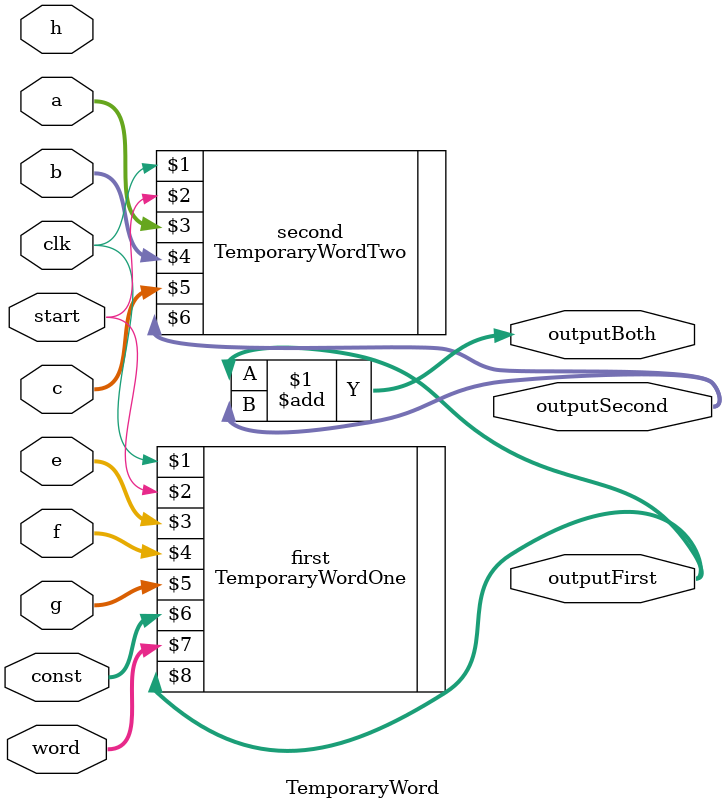
<source format=v>
`timescale 1ns / 1ps
module TemporaryWord(
       input clk,
       input start,
       input [31:0] e,
       input [31:0] f,
       input [31:0] g,
       input [31:0] h,
       input [31:0] const,
       input [31:0] word,
       input [31:0] a,
       input [31:0] b,
       input [31:0] c,
       output [31:0] outputFirst,
       output [31:0] outputSecond,
       output [31:0] outputBoth
    );
        TemporaryWordOne first(clk,start,e,f,g,const,word,outputFirst);
        TemporaryWordTwo second(clk,start,a,b,c,outputSecond);
        assign outputBoth = outputFirst+outputSecond;
endmodule 
</source>
